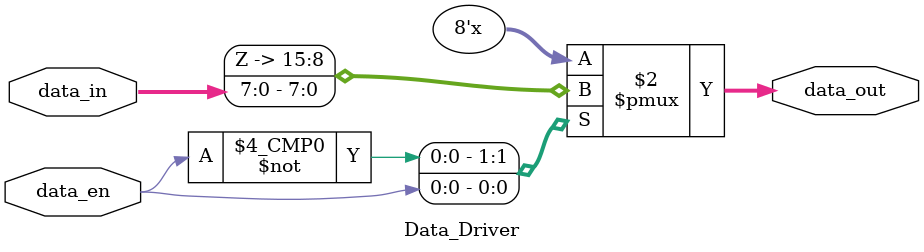
<source format=v>
module Data_Driver #(
    parameter WIDTH = 8
)(
    input  [WIDTH-1:0] data_in,
    input          data_en,
    output reg [WIDTH-1:0] data_out
);

always @(*) begin
    case (data_en)
        1'b0: data_out = 8'bzzzzzzzz;
        1'b1: data_out = data_in;
    endcase
end

endmodule

</source>
